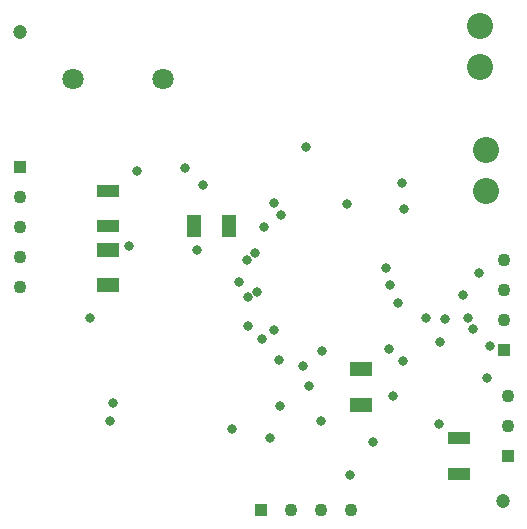
<source format=gbs>
G04*
G04 #@! TF.GenerationSoftware,Altium Limited,Altium Designer,20.1.12 (249)*
G04*
G04 Layer_Color=16711935*
%FSLAX25Y25*%
%MOIN*%
G70*
G04*
G04 #@! TF.SameCoordinates,A4FAC8CF-ADEF-4931-830A-096F340B5E0A*
G04*
G04*
G04 #@! TF.FilePolarity,Negative*
G04*
G01*
G75*
%ADD35R,0.07480X0.04921*%
%ADD39R,0.04921X0.07480*%
%ADD41R,0.07480X0.04331*%
%ADD51C,0.08674*%
%ADD52C,0.04737*%
%ADD53C,0.07087*%
%ADD54C,0.04331*%
%ADD55R,0.04331X0.04331*%
%ADD56R,0.04331X0.04331*%
%ADD57C,0.03162*%
D35*
X239679Y336263D02*
D03*
Y348074D02*
D03*
X155512Y376042D02*
D03*
Y387853D02*
D03*
D39*
X184043Y395829D02*
D03*
X195854D02*
D03*
D41*
X272586Y325028D02*
D03*
Y313217D02*
D03*
X155512Y395669D02*
D03*
Y407480D02*
D03*
D51*
X281496D02*
D03*
Y421260D02*
D03*
X279528Y462598D02*
D03*
Y448819D02*
D03*
D52*
X125984Y460630D02*
D03*
X287183Y304291D02*
D03*
D53*
X143701Y444882D02*
D03*
X173622D02*
D03*
D54*
X288894Y339073D02*
D03*
Y329073D02*
D03*
X287402Y384331D02*
D03*
Y364331D02*
D03*
Y374331D02*
D03*
X125984Y385512D02*
D03*
Y405512D02*
D03*
Y395512D02*
D03*
Y375512D02*
D03*
X226535Y301181D02*
D03*
X216535D02*
D03*
X236535D02*
D03*
D55*
X288894Y319073D02*
D03*
X287402Y354331D02*
D03*
X125984Y415512D02*
D03*
D56*
X206535Y301181D02*
D03*
D57*
X210630Y403543D02*
D03*
X266182Y357036D02*
D03*
X267717Y364804D02*
D03*
X275367Y365147D02*
D03*
X276945Y361559D02*
D03*
X279015Y380056D02*
D03*
X185031Y387955D02*
D03*
X213070Y399457D02*
D03*
X207418Y395346D02*
D03*
X234948Y403145D02*
D03*
X187008Y409449D02*
D03*
X165064Y414014D02*
D03*
X212851Y335935D02*
D03*
X196641Y328276D02*
D03*
X209278Y325065D02*
D03*
X243761Y323686D02*
D03*
X236141Y312778D02*
D03*
X202093Y372251D02*
D03*
X199054Y377232D02*
D03*
X202128Y362579D02*
D03*
X261361Y365013D02*
D03*
X253906Y350900D02*
D03*
X273610Y372850D02*
D03*
X249425Y375997D02*
D03*
X282675Y355823D02*
D03*
X281860Y345003D02*
D03*
X250396Y339222D02*
D03*
X226378Y330709D02*
D03*
X251969Y370079D02*
D03*
X249197Y354650D02*
D03*
X253937Y401575D02*
D03*
X253592Y410252D02*
D03*
X205110Y373874D02*
D03*
X204567Y386680D02*
D03*
X201823Y384479D02*
D03*
X149375Y365056D02*
D03*
X221570Y422088D02*
D03*
X181167Y415153D02*
D03*
X156188Y330709D02*
D03*
X157143Y336968D02*
D03*
X265620Y329709D02*
D03*
X248038Y381739D02*
D03*
X206693Y358268D02*
D03*
X210630Y361039D02*
D03*
X222441Y342520D02*
D03*
X226895Y354077D02*
D03*
X212294Y350984D02*
D03*
X162330Y389262D02*
D03*
X220495Y349283D02*
D03*
M02*

</source>
